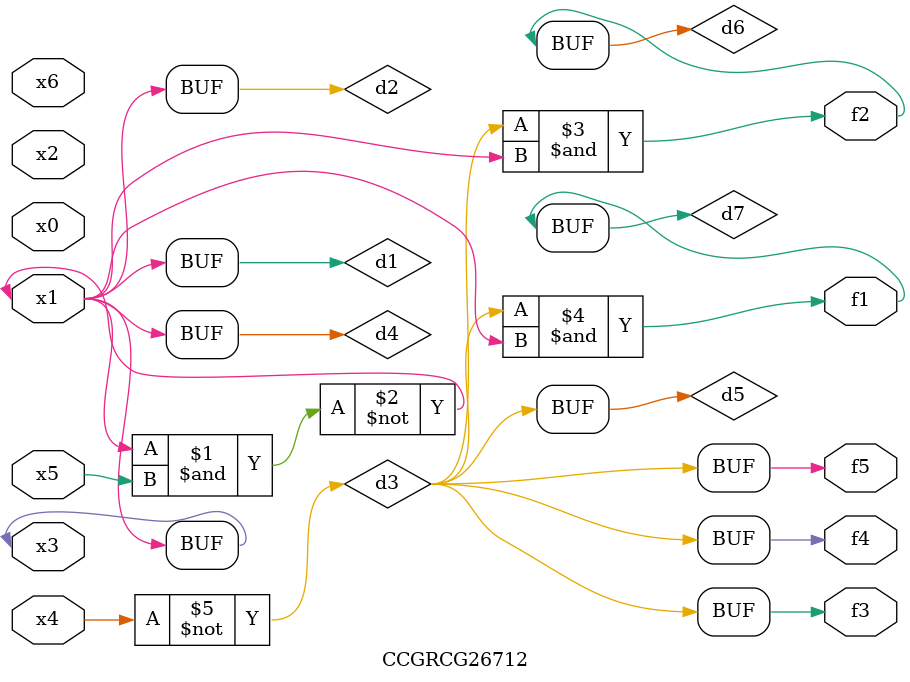
<source format=v>
module CCGRCG26712(
	input x0, x1, x2, x3, x4, x5, x6,
	output f1, f2, f3, f4, f5
);

	wire d1, d2, d3, d4, d5, d6, d7;

	buf (d1, x1, x3);
	nand (d2, x1, x5);
	not (d3, x4);
	buf (d4, d1, d2);
	buf (d5, d3);
	and (d6, d3, d4);
	and (d7, d3, d4);
	assign f1 = d7;
	assign f2 = d6;
	assign f3 = d5;
	assign f4 = d5;
	assign f5 = d5;
endmodule

</source>
